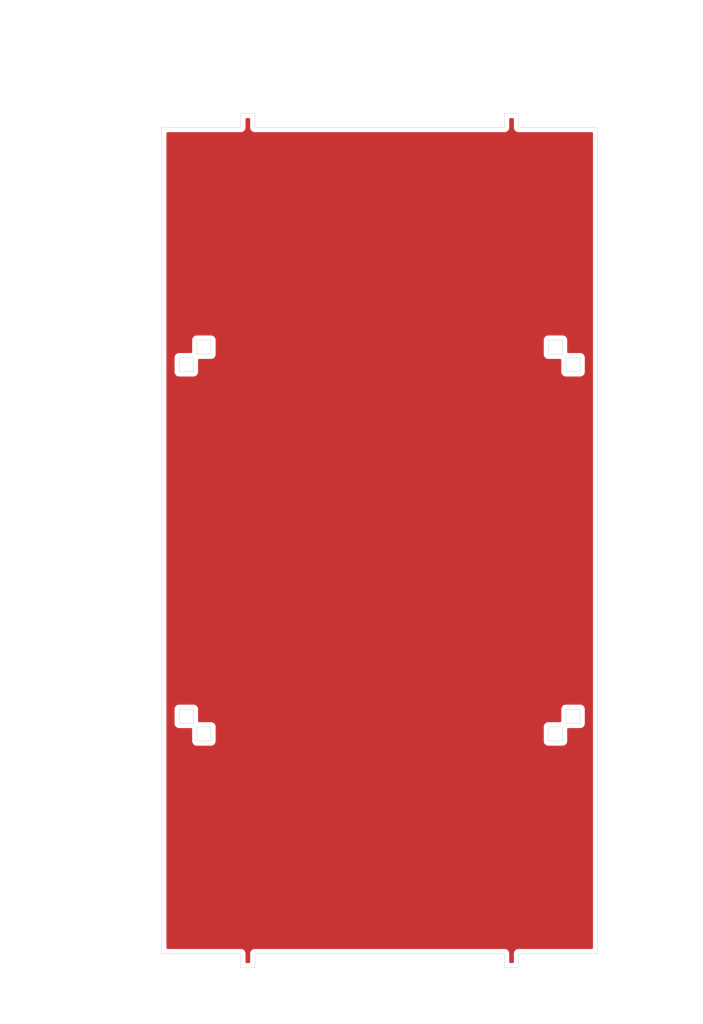
<source format=kicad_pcb>
(kicad_pcb (version 20171130) (host pcbnew "(5.1.6)-1")

  (general
    (thickness 1.6)
    (drawings 52)
    (tracks 0)
    (zones 0)
    (modules 0)
    (nets 1)
  )

  (page A4)
  (layers
    (0 F.Cu signal)
    (31 B.Cu signal)
    (32 B.Adhes user)
    (33 F.Adhes user)
    (34 B.Paste user)
    (35 F.Paste user)
    (36 B.SilkS user)
    (37 F.SilkS user)
    (38 B.Mask user)
    (39 F.Mask user)
    (40 Dwgs.User user)
    (41 Cmts.User user)
    (42 Eco1.User user)
    (43 Eco2.User user)
    (44 Edge.Cuts user)
    (45 Margin user)
    (46 B.CrtYd user)
    (47 F.CrtYd user)
    (48 B.Fab user)
    (49 F.Fab user)
  )

  (setup
    (last_trace_width 0.25)
    (trace_clearance 0.2)
    (zone_clearance 0.508)
    (zone_45_only no)
    (trace_min 0.2)
    (via_size 0.8)
    (via_drill 0.4)
    (via_min_size 0.4)
    (via_min_drill 0.3)
    (uvia_size 0.3)
    (uvia_drill 0.1)
    (uvias_allowed no)
    (uvia_min_size 0.2)
    (uvia_min_drill 0.1)
    (edge_width 0.05)
    (segment_width 0.2)
    (pcb_text_width 0.3)
    (pcb_text_size 1.5 1.5)
    (mod_edge_width 0.12)
    (mod_text_size 1 1)
    (mod_text_width 0.15)
    (pad_size 3.2 3.2)
    (pad_drill 3.2)
    (pad_to_mask_clearance 0.05)
    (aux_axis_origin 0 0)
    (grid_origin 135.8 53)
    (visible_elements 7FFFFFFF)
    (pcbplotparams
      (layerselection 0x010fc_ffffffff)
      (usegerberextensions false)
      (usegerberattributes true)
      (usegerberadvancedattributes true)
      (creategerberjobfile true)
      (excludeedgelayer true)
      (linewidth 0.100000)
      (plotframeref false)
      (viasonmask false)
      (mode 1)
      (useauxorigin false)
      (hpglpennumber 1)
      (hpglpenspeed 20)
      (hpglpendiameter 15.000000)
      (psnegative false)
      (psa4output false)
      (plotreference true)
      (plotvalue true)
      (plotinvisibletext false)
      (padsonsilk false)
      (subtractmaskfromsilk false)
      (outputformat 1)
      (mirror false)
      (drillshape 0)
      (scaleselection 1)
      (outputdirectory "Gerbers/"))
  )

  (net 0 "")

  (net_class Default "This is the default net class."
    (clearance 0.2)
    (trace_width 0.25)
    (via_dia 0.8)
    (via_drill 0.4)
    (uvia_dia 0.3)
    (uvia_drill 0.1)
  )

  (gr_line (start 130.8 121.2) (end 129.2 121.2) (layer Edge.Cuts) (width 0.05) (tstamp 5F6C1394))
  (gr_line (start 172.8 79.2) (end 171.2 79.2) (layer Edge.Cuts) (width 0.05) (tstamp 5F6C1392))
  (gr_line (start 129.2 121.2) (end 129.2 122.8) (layer Edge.Cuts) (width 0.05) (tstamp 5F6C138D))
  (gr_line (start 171.2 79.2) (end 171.2 80.8) (layer Edge.Cuts) (width 0.05) (tstamp 5F6C138B))
  (gr_line (start 130.8 122.8) (end 129.2 122.8) (layer Edge.Cuts) (width 0.05) (tstamp 5F6C1386))
  (gr_line (start 172.8 80.8) (end 171.2 80.8) (layer Edge.Cuts) (width 0.05) (tstamp 5F6C1384))
  (gr_line (start 130.8 121.2) (end 130.8 122.8) (layer Edge.Cuts) (width 0.05) (tstamp 5F6C137F))
  (gr_line (start 172.8 79.2) (end 172.8 80.8) (layer Edge.Cuts) (width 0.05) (tstamp 5F6C137D))
  (gr_line (start 128.8 119.2) (end 128.8 120.8) (layer Edge.Cuts) (width 0.05) (tstamp 5F6C1378))
  (gr_line (start 170.8 77.2) (end 170.8 78.8) (layer Edge.Cuts) (width 0.05) (tstamp 5F6C1376))
  (gr_line (start 127.2 119.2) (end 127.2 120.8) (layer Edge.Cuts) (width 0.05) (tstamp 5F6C1371))
  (gr_line (start 169.2 77.2) (end 169.2 78.8) (layer Edge.Cuts) (width 0.05) (tstamp 5F6C136F))
  (gr_line (start 128.8 119.2) (end 127.2 119.2) (layer Edge.Cuts) (width 0.05) (tstamp 5F6C136A))
  (gr_line (start 170.8 77.2) (end 169.2 77.2) (layer Edge.Cuts) (width 0.05) (tstamp 5F6C1368))
  (gr_line (start 128.8 120.8) (end 127.2 120.8) (layer Edge.Cuts) (width 0.05) (tstamp 5F6C1363))
  (gr_line (start 170.8 78.8) (end 169.2 78.8) (layer Edge.Cuts) (width 0.05) (tstamp 5F6C1361))
  (gr_line (start 170.8 122.8) (end 169.2 122.8) (layer Edge.Cuts) (width 0.05) (tstamp 5F6C135E))
  (gr_line (start 172.8 120.8) (end 171.2 120.8) (layer Edge.Cuts) (width 0.05) (tstamp 5F6C1357))
  (gr_line (start 172.8 119.2) (end 172.8 120.8) (layer Edge.Cuts) (width 0.05) (tstamp 5F6C1350))
  (gr_line (start 171.2 119.2) (end 171.2 120.8) (layer Edge.Cuts) (width 0.05) (tstamp 5F6C1349))
  (gr_line (start 170.8 121.2) (end 170.8 122.8) (layer Edge.Cuts) (width 0.05) (tstamp 5F6C1342))
  (gr_line (start 169.2 121.2) (end 169.2 122.8) (layer Edge.Cuts) (width 0.05) (tstamp 5F6C133B))
  (gr_line (start 172.8 119.2) (end 171.2 119.2) (layer Edge.Cuts) (width 0.05) (tstamp 5F6C1334))
  (gr_line (start 170.8 121.2) (end 169.2 121.2) (layer Edge.Cuts) (width 0.05) (tstamp 5F6C132D))
  (gr_line (start 130.8 78.8) (end 129.2 78.8) (layer Edge.Cuts) (width 0.05) (tstamp 5F6C12F8))
  (gr_line (start 130.8 77.2) (end 130.8 78.8) (layer Edge.Cuts) (width 0.05) (tstamp 5F6C12F7))
  (gr_line (start 129.2 77.2) (end 129.2 78.8) (layer Edge.Cuts) (width 0.05) (tstamp 5F6C12F6))
  (gr_line (start 130.8 77.2) (end 129.2 77.2) (layer Edge.Cuts) (width 0.05) (tstamp 5F6C12F5))
  (gr_line (start 128.8 79.2) (end 127.2 79.2) (layer Edge.Cuts) (width 0.05) (tstamp 5F6C12F0))
  (gr_line (start 127.2 79.2) (end 127.2 80.8) (layer Edge.Cuts) (width 0.05) (tstamp 5F6C12EF))
  (gr_line (start 128.8 80.8) (end 127.2 80.8) (layer Edge.Cuts) (width 0.05) (tstamp 5F6C12EE))
  (gr_line (start 128.8 79.2) (end 128.8 80.8) (layer Edge.Cuts) (width 0.05) (tstamp 5F6C12ED))
  (gr_line (start 165.8 147) (end 174.8 147) (layer Edge.Cuts) (width 0.05) (tstamp 5F6C11CB))
  (gr_line (start 134.2 147) (end 134.2 148.6) (layer Edge.Cuts) (width 0.05) (tstamp 5F6C11CA))
  (gr_line (start 164.2 148.6) (end 165.8 148.6) (layer Edge.Cuts) (width 0.05) (tstamp 5F6C11C9))
  (gr_line (start 165.8 147) (end 165.8 148.6) (layer Edge.Cuts) (width 0.05) (tstamp 5F6C11C8))
  (gr_line (start 164.2 148.6) (end 164.2 147) (layer Edge.Cuts) (width 0.05) (tstamp 5F6C11C7))
  (gr_line (start 135.8 147) (end 164.2 147) (layer Edge.Cuts) (width 0.05) (tstamp 5F6C11C6))
  (gr_line (start 135.8 148.6) (end 134.2 148.6) (layer Edge.Cuts) (width 0.05) (tstamp 5F6C11C5))
  (gr_line (start 135.8 148.6) (end 135.8 147) (layer Edge.Cuts) (width 0.05) (tstamp 5F6C11C4))
  (gr_line (start 125.2 147) (end 134.2 147) (layer Edge.Cuts) (width 0.05) (tstamp 5F6C11C3))
  (gr_line (start 165.8 53) (end 174.8 53) (layer Edge.Cuts) (width 0.05) (tstamp 5F6C11C2))
  (gr_line (start 165.8 51.4) (end 165.8 53) (layer Edge.Cuts) (width 0.05))
  (gr_line (start 164.2 51.4) (end 165.8 51.4) (layer Edge.Cuts) (width 0.05))
  (gr_line (start 164.2 53) (end 164.2 51.4) (layer Edge.Cuts) (width 0.05))
  (gr_line (start 134.2 51.4) (end 134.2 53) (layer Edge.Cuts) (width 0.05) (tstamp 5F6C11C1))
  (gr_line (start 135.8 51.4) (end 134.2 51.4) (layer Edge.Cuts) (width 0.05))
  (gr_line (start 135.8 53) (end 135.8 51.4) (layer Edge.Cuts) (width 0.05))
  (gr_line (start 135.8 53) (end 164.2 53) (layer Edge.Cuts) (width 0.05) (tstamp 5F6C11BB))
  (gr_line (start 125.2 147) (end 125.2 53) (layer Edge.Cuts) (width 0.05) (tstamp 5F7E17E5))
  (gr_line (start 174.8 53) (end 174.8 147) (layer Edge.Cuts) (width 0.05))
  (gr_line (start 125.2 53) (end 134.2 53) (layer Edge.Cuts) (width 0.05))

  (zone (net 0) (net_name "") (layer F.Cu) (tstamp 0) (hatch edge 0.508)
    (connect_pads (clearance 0.508))
    (min_thickness 0.254)
    (fill yes (arc_segments 32) (thermal_gap 0.508) (thermal_bridge_width 0.508))
    (polygon
      (pts
        (xy 186.8 39.5) (xy 179.3 155) (xy 118.3 154) (xy 106.8 38.5)
      )
    )
    (filled_polygon
      (pts
        (xy 135.14 52.96758) (xy 135.136807 53) (xy 135.14955 53.129383) (xy 135.18729 53.253793) (xy 135.248575 53.36845)
        (xy 135.331052 53.468948) (xy 135.43155 53.551425) (xy 135.546207 53.61271) (xy 135.670617 53.65045) (xy 135.8 53.663193)
        (xy 135.832419 53.66) (xy 164.167581 53.66) (xy 164.2 53.663193) (xy 164.232419 53.66) (xy 164.329383 53.65045)
        (xy 164.453793 53.61271) (xy 164.56845 53.551425) (xy 164.668948 53.468948) (xy 164.751425 53.36845) (xy 164.81271 53.253793)
        (xy 164.85045 53.129383) (xy 164.863193 53) (xy 164.86 52.967581) (xy 164.86 52.06) (xy 165.14 52.06)
        (xy 165.140001 52.967571) (xy 165.136807 53) (xy 165.14955 53.129383) (xy 165.18729 53.253793) (xy 165.248575 53.36845)
        (xy 165.331052 53.468948) (xy 165.43155 53.551425) (xy 165.546207 53.61271) (xy 165.670617 53.65045) (xy 165.767581 53.66)
        (xy 165.8 53.663193) (xy 165.832419 53.66) (xy 174.14 53.66) (xy 174.140001 146.34) (xy 165.832419 146.34)
        (xy 165.8 146.336807) (xy 165.767581 146.34) (xy 165.670617 146.34955) (xy 165.546207 146.38729) (xy 165.43155 146.448575)
        (xy 165.331052 146.531052) (xy 165.248575 146.63155) (xy 165.18729 146.746207) (xy 165.14955 146.870617) (xy 165.136807 147)
        (xy 165.14 147.032418) (xy 165.140001 147.94) (xy 164.86 147.94) (xy 164.86 147.032418) (xy 164.863193 147)
        (xy 164.85045 146.870617) (xy 164.81271 146.746207) (xy 164.751425 146.63155) (xy 164.668948 146.531052) (xy 164.56845 146.448575)
        (xy 164.453793 146.38729) (xy 164.329383 146.34955) (xy 164.232419 146.34) (xy 164.2 146.336807) (xy 164.167581 146.34)
        (xy 135.832419 146.34) (xy 135.8 146.336807) (xy 135.767581 146.34) (xy 135.670617 146.34955) (xy 135.546207 146.38729)
        (xy 135.43155 146.448575) (xy 135.331052 146.531052) (xy 135.248575 146.63155) (xy 135.18729 146.746207) (xy 135.14955 146.870617)
        (xy 135.136807 147) (xy 135.140001 147.032429) (xy 135.14 147.94) (xy 134.86 147.94) (xy 134.86 147.032418)
        (xy 134.863193 147) (xy 134.85045 146.870617) (xy 134.81271 146.746207) (xy 134.751425 146.63155) (xy 134.668948 146.531052)
        (xy 134.56845 146.448575) (xy 134.453793 146.38729) (xy 134.329383 146.34955) (xy 134.232419 146.34) (xy 134.2 146.336807)
        (xy 134.167581 146.34) (xy 125.86 146.34) (xy 125.86 119.2) (xy 126.536807 119.2) (xy 126.54 119.23242)
        (xy 126.540001 120.767571) (xy 126.536807 120.8) (xy 126.54955 120.929383) (xy 126.58729 121.053793) (xy 126.648575 121.16845)
        (xy 126.731052 121.268948) (xy 126.83155 121.351425) (xy 126.946207 121.41271) (xy 127.070617 121.45045) (xy 127.167581 121.46)
        (xy 127.2 121.463193) (xy 127.232419 121.46) (xy 128.54 121.46) (xy 128.540001 122.767571) (xy 128.536807 122.8)
        (xy 128.54955 122.929383) (xy 128.58729 123.053793) (xy 128.648575 123.16845) (xy 128.731052 123.268948) (xy 128.83155 123.351425)
        (xy 128.946207 123.41271) (xy 129.070617 123.45045) (xy 129.167581 123.46) (xy 129.2 123.463193) (xy 129.232419 123.46)
        (xy 130.767581 123.46) (xy 130.8 123.463193) (xy 130.832419 123.46) (xy 130.929383 123.45045) (xy 131.053793 123.41271)
        (xy 131.16845 123.351425) (xy 131.268948 123.268948) (xy 131.351425 123.16845) (xy 131.41271 123.053793) (xy 131.45045 122.929383)
        (xy 131.463193 122.8) (xy 131.46 122.767581) (xy 131.46 121.232419) (xy 131.463193 121.2) (xy 168.536807 121.2)
        (xy 168.54 121.23242) (xy 168.540001 122.767571) (xy 168.536807 122.8) (xy 168.54955 122.929383) (xy 168.58729 123.053793)
        (xy 168.648575 123.16845) (xy 168.731052 123.268948) (xy 168.83155 123.351425) (xy 168.946207 123.41271) (xy 169.070617 123.45045)
        (xy 169.167581 123.46) (xy 169.2 123.463193) (xy 169.232419 123.46) (xy 170.767581 123.46) (xy 170.8 123.463193)
        (xy 170.832419 123.46) (xy 170.929383 123.45045) (xy 171.053793 123.41271) (xy 171.16845 123.351425) (xy 171.268948 123.268948)
        (xy 171.351425 123.16845) (xy 171.41271 123.053793) (xy 171.45045 122.929383) (xy 171.463193 122.8) (xy 171.46 122.767581)
        (xy 171.46 121.46) (xy 172.767581 121.46) (xy 172.8 121.463193) (xy 172.832419 121.46) (xy 172.929383 121.45045)
        (xy 173.053793 121.41271) (xy 173.16845 121.351425) (xy 173.268948 121.268948) (xy 173.351425 121.16845) (xy 173.41271 121.053793)
        (xy 173.45045 120.929383) (xy 173.463193 120.8) (xy 173.46 120.767581) (xy 173.46 119.232419) (xy 173.463193 119.2)
        (xy 173.45045 119.070617) (xy 173.41271 118.946207) (xy 173.351425 118.83155) (xy 173.268948 118.731052) (xy 173.16845 118.648575)
        (xy 173.053793 118.58729) (xy 172.929383 118.54955) (xy 172.832419 118.54) (xy 172.8 118.536807) (xy 172.767581 118.54)
        (xy 171.232419 118.54) (xy 171.2 118.536807) (xy 171.167581 118.54) (xy 171.070617 118.54955) (xy 170.946207 118.58729)
        (xy 170.83155 118.648575) (xy 170.731052 118.731052) (xy 170.648575 118.83155) (xy 170.58729 118.946207) (xy 170.54955 119.070617)
        (xy 170.536807 119.2) (xy 170.54 119.23242) (xy 170.540001 120.54) (xy 169.232419 120.54) (xy 169.2 120.536807)
        (xy 169.167581 120.54) (xy 169.070617 120.54955) (xy 168.946207 120.58729) (xy 168.83155 120.648575) (xy 168.731052 120.731052)
        (xy 168.648575 120.83155) (xy 168.58729 120.946207) (xy 168.54955 121.070617) (xy 168.536807 121.2) (xy 131.463193 121.2)
        (xy 131.45045 121.070617) (xy 131.41271 120.946207) (xy 131.351425 120.83155) (xy 131.268948 120.731052) (xy 131.16845 120.648575)
        (xy 131.053793 120.58729) (xy 130.929383 120.54955) (xy 130.832419 120.54) (xy 130.8 120.536807) (xy 130.767581 120.54)
        (xy 129.46 120.54) (xy 129.46 119.232419) (xy 129.463193 119.2) (xy 129.45045 119.070617) (xy 129.41271 118.946207)
        (xy 129.351425 118.83155) (xy 129.268948 118.731052) (xy 129.16845 118.648575) (xy 129.053793 118.58729) (xy 128.929383 118.54955)
        (xy 128.832419 118.54) (xy 128.8 118.536807) (xy 128.767581 118.54) (xy 127.232419 118.54) (xy 127.2 118.536807)
        (xy 127.167581 118.54) (xy 127.070617 118.54955) (xy 126.946207 118.58729) (xy 126.83155 118.648575) (xy 126.731052 118.731052)
        (xy 126.648575 118.83155) (xy 126.58729 118.946207) (xy 126.54955 119.070617) (xy 126.536807 119.2) (xy 125.86 119.2)
        (xy 125.86 79.2) (xy 126.536807 79.2) (xy 126.54 79.23242) (xy 126.540001 80.767571) (xy 126.536807 80.8)
        (xy 126.54955 80.929383) (xy 126.58729 81.053793) (xy 126.648575 81.16845) (xy 126.731052 81.268948) (xy 126.83155 81.351425)
        (xy 126.946207 81.41271) (xy 127.070617 81.45045) (xy 127.167581 81.46) (xy 127.2 81.463193) (xy 127.232419 81.46)
        (xy 128.767581 81.46) (xy 128.8 81.463193) (xy 128.832419 81.46) (xy 128.929383 81.45045) (xy 129.053793 81.41271)
        (xy 129.16845 81.351425) (xy 129.268948 81.268948) (xy 129.351425 81.16845) (xy 129.41271 81.053793) (xy 129.45045 80.929383)
        (xy 129.463193 80.8) (xy 129.46 80.767581) (xy 129.46 79.46) (xy 130.767581 79.46) (xy 130.8 79.463193)
        (xy 130.832419 79.46) (xy 130.929383 79.45045) (xy 131.053793 79.41271) (xy 131.16845 79.351425) (xy 131.268948 79.268948)
        (xy 131.351425 79.16845) (xy 131.41271 79.053793) (xy 131.45045 78.929383) (xy 131.463193 78.8) (xy 131.46 78.767581)
        (xy 131.46 77.232419) (xy 131.463193 77.2) (xy 168.536807 77.2) (xy 168.54 77.23242) (xy 168.540001 78.767571)
        (xy 168.536807 78.8) (xy 168.54955 78.929383) (xy 168.58729 79.053793) (xy 168.648575 79.16845) (xy 168.731052 79.268948)
        (xy 168.83155 79.351425) (xy 168.946207 79.41271) (xy 169.070617 79.45045) (xy 169.167581 79.46) (xy 169.2 79.463193)
        (xy 169.232419 79.46) (xy 170.54 79.46) (xy 170.540001 80.767571) (xy 170.536807 80.8) (xy 170.54955 80.929383)
        (xy 170.58729 81.053793) (xy 170.648575 81.16845) (xy 170.731052 81.268948) (xy 170.83155 81.351425) (xy 170.946207 81.41271)
        (xy 171.070617 81.45045) (xy 171.167581 81.46) (xy 171.2 81.463193) (xy 171.232419 81.46) (xy 172.767581 81.46)
        (xy 172.8 81.463193) (xy 172.832419 81.46) (xy 172.929383 81.45045) (xy 173.053793 81.41271) (xy 173.16845 81.351425)
        (xy 173.268948 81.268948) (xy 173.351425 81.16845) (xy 173.41271 81.053793) (xy 173.45045 80.929383) (xy 173.463193 80.8)
        (xy 173.46 80.767581) (xy 173.46 79.232419) (xy 173.463193 79.2) (xy 173.45045 79.070617) (xy 173.41271 78.946207)
        (xy 173.351425 78.83155) (xy 173.268948 78.731052) (xy 173.16845 78.648575) (xy 173.053793 78.58729) (xy 172.929383 78.54955)
        (xy 172.832419 78.54) (xy 172.8 78.536807) (xy 172.767581 78.54) (xy 171.46 78.54) (xy 171.46 77.232419)
        (xy 171.463193 77.2) (xy 171.45045 77.070617) (xy 171.41271 76.946207) (xy 171.351425 76.83155) (xy 171.268948 76.731052)
        (xy 171.16845 76.648575) (xy 171.053793 76.58729) (xy 170.929383 76.54955) (xy 170.832419 76.54) (xy 170.8 76.536807)
        (xy 170.767581 76.54) (xy 169.232419 76.54) (xy 169.2 76.536807) (xy 169.167581 76.54) (xy 169.070617 76.54955)
        (xy 168.946207 76.58729) (xy 168.83155 76.648575) (xy 168.731052 76.731052) (xy 168.648575 76.83155) (xy 168.58729 76.946207)
        (xy 168.54955 77.070617) (xy 168.536807 77.2) (xy 131.463193 77.2) (xy 131.45045 77.070617) (xy 131.41271 76.946207)
        (xy 131.351425 76.83155) (xy 131.268948 76.731052) (xy 131.16845 76.648575) (xy 131.053793 76.58729) (xy 130.929383 76.54955)
        (xy 130.832419 76.54) (xy 130.8 76.536807) (xy 130.767581 76.54) (xy 129.232419 76.54) (xy 129.2 76.536807)
        (xy 129.167581 76.54) (xy 129.070617 76.54955) (xy 128.946207 76.58729) (xy 128.83155 76.648575) (xy 128.731052 76.731052)
        (xy 128.648575 76.83155) (xy 128.58729 76.946207) (xy 128.54955 77.070617) (xy 128.536807 77.2) (xy 128.54 77.23242)
        (xy 128.540001 78.54) (xy 127.232419 78.54) (xy 127.2 78.536807) (xy 127.167581 78.54) (xy 127.070617 78.54955)
        (xy 126.946207 78.58729) (xy 126.83155 78.648575) (xy 126.731052 78.731052) (xy 126.648575 78.83155) (xy 126.58729 78.946207)
        (xy 126.54955 79.070617) (xy 126.536807 79.2) (xy 125.86 79.2) (xy 125.86 53.66) (xy 134.167581 53.66)
        (xy 134.2 53.663193) (xy 134.232419 53.66) (xy 134.329383 53.65045) (xy 134.453793 53.61271) (xy 134.56845 53.551425)
        (xy 134.668948 53.468948) (xy 134.751425 53.36845) (xy 134.81271 53.253793) (xy 134.85045 53.129383) (xy 134.863193 53)
        (xy 134.86 52.967581) (xy 134.86 52.06) (xy 135.140001 52.06)
      )
    )
  )
)

</source>
